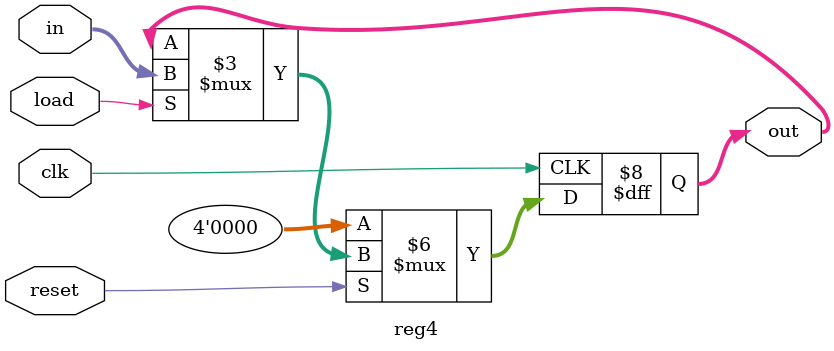
<source format=sv>
module datapath(input logic slow_clock, input logic fast_clock, input logic resetb,
                input logic load_pcard1, input logic load_pcard2, input logic load_pcard3,
                input logic load_dcard1, input logic load_dcard2, input logic load_dcard3,
                output logic [3:0] pcard3_out,
                output logic [3:0] pscore_out, output logic [3:0] dscore_out,
                output logic [6:0] HEX5, output logic [6:0] HEX4, output logic [6:0] HEX3,
                output logic [6:0] HEX2, output logic [6:0] HEX1, output logic [6:0] HEX0);

// The code describing your datapath will go here.  Your datapath 
// will hierarchically instantiate six card7seg blocks, two scorehand
// blocks, and a dealcard block.  The registers may either be instatiated
// or included as sequential always blocks directly in this file.
//
// Follow the block diagram in the Lab 1 handout closely as you write this code.

    //the connective wires
    wire [3:0]new_card,pcard1,pcard2,pcard3,pcard4,dcard1,dcard2,dcard3; 
    
    //generate cards
    dealcard Dealcard(fast_clock,resetb,new_card);

    //registers for storing cards
    reg4 PCard1(new_card,load_pcard1,resetb,slow_clock,pcard1);
    reg4 PCard2(new_card,load_pcard2,resetb,slow_clock,pcard2);
    reg4 PCard3(new_card,load_pcard3,resetb,slow_clock,pcard3_out);
    reg4 DCard1(new_card,load_dcard1,resetb,slow_clock,dcard1);
    reg4 DCard2(new_card,load_dcard2,resetb,slow_clock,dcard2);
    reg4 DCard3(new_card,load_dcard3,resetb,slow_clock,dcard3);

    //seven segment displays
    card7seg p1(pcard1,HEX0);
    card7seg p2(pcard2,HEX1);
    card7seg p3(pcard3_out,HEX2);
    card7seg d1(dcard1,HEX3);
    card7seg d2(dcard2,HEX4);
    card7seg d3(dcard3,HEX5);

    //score calculation
    scorehand player(pcard1,pcard2,pcard3_out,pscore_out);
    scorehand dealer(dcard1,dcard2,dcard3,dscore_out);

endmodule

module reg4 (input logic [3:0]in,input logic load,input logic reset,input logic clk,output logic [3:0]out);
    always_ff @(posedge clk) begin //sequential and always at rising edge of clock
        if(reset==0)//active-low reset
            out <= 4'b0000;
        else if(load)//if load is high then pass on value & strore
            out <= in;
        //do i need a else?
        //or this?
        //out = (~reset)?4'b0000:(load?in:out)
    end
endmodule


</source>
